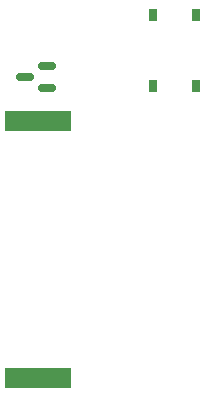
<source format=gbp>
G04 #@! TF.GenerationSoftware,KiCad,Pcbnew,7.0.9*
G04 #@! TF.CreationDate,2024-02-29T00:36:21+01:00*
G04 #@! TF.ProjectId,Mad_PlantBug,4d61645f-506c-4616-9e74-4275672e6b69,rev?*
G04 #@! TF.SameCoordinates,Original*
G04 #@! TF.FileFunction,Paste,Bot*
G04 #@! TF.FilePolarity,Positive*
%FSLAX46Y46*%
G04 Gerber Fmt 4.6, Leading zero omitted, Abs format (unit mm)*
G04 Created by KiCad (PCBNEW 7.0.9) date 2024-02-29 00:36:21*
%MOMM*%
%LPD*%
G01*
G04 APERTURE LIST*
G04 Aperture macros list*
%AMRoundRect*
0 Rectangle with rounded corners*
0 $1 Rounding radius*
0 $2 $3 $4 $5 $6 $7 $8 $9 X,Y pos of 4 corners*
0 Add a 4 corners polygon primitive as box body*
4,1,4,$2,$3,$4,$5,$6,$7,$8,$9,$2,$3,0*
0 Add four circle primitives for the rounded corners*
1,1,$1+$1,$2,$3*
1,1,$1+$1,$4,$5*
1,1,$1+$1,$6,$7*
1,1,$1+$1,$8,$9*
0 Add four rect primitives between the rounded corners*
20,1,$1+$1,$2,$3,$4,$5,0*
20,1,$1+$1,$4,$5,$6,$7,0*
20,1,$1+$1,$6,$7,$8,$9,0*
20,1,$1+$1,$8,$9,$2,$3,0*%
G04 Aperture macros list end*
%ADD10R,5.600000X1.750000*%
%ADD11RoundRect,0.150000X0.587500X0.150000X-0.587500X0.150000X-0.587500X-0.150000X0.587500X-0.150000X0*%
%ADD12R,0.700000X1.000000*%
G04 APERTURE END LIST*
D10*
G04 #@! TO.C,H1*
X61180000Y-41192500D03*
X61180000Y-62942500D03*
G04 #@! TD*
D11*
G04 #@! TO.C,Q1*
X60055000Y-37461500D03*
X61930000Y-38411500D03*
X61930000Y-36511500D03*
G04 #@! TD*
D12*
G04 #@! TO.C,S3*
X74587000Y-38172500D03*
X74587000Y-32172500D03*
X70887000Y-38172500D03*
X70887000Y-32172500D03*
G04 #@! TD*
M02*

</source>
